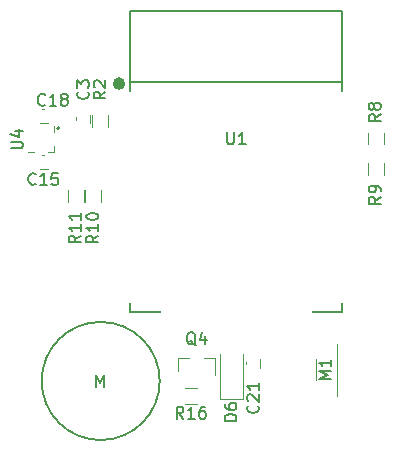
<source format=gbr>
G04 #@! TF.GenerationSoftware,KiCad,Pcbnew,(5.0.0)*
G04 #@! TF.CreationDate,2019-12-04T16:08:42-05:00*
G04 #@! TF.ProjectId,Watchy,5761746368792E6B696361645F706362,rev?*
G04 #@! TF.SameCoordinates,Original*
G04 #@! TF.FileFunction,Legend,Top*
G04 #@! TF.FilePolarity,Positive*
%FSLAX46Y46*%
G04 Gerber Fmt 4.6, Leading zero omitted, Abs format (unit mm)*
G04 Created by KiCad (PCBNEW (5.0.0)) date 12/04/19 16:08:42*
%MOMM*%
%LPD*%
G01*
G04 APERTURE LIST*
%ADD10C,0.200000*%
%ADD11C,0.500000*%
%ADD12C,0.150000*%
%ADD13C,0.120000*%
%ADD14C,0.010000*%
%ADD15C,1.200000*%
%ADD16O,2.900000X1.300000*%
%ADD17O,1.300000X2.900000*%
%ADD18R,6.400000X6.400000*%
%ADD19R,1.150000X1.200000*%
%ADD20R,1.200000X1.150000*%
%ADD21R,1.500000X1.500000*%
%ADD22R,1.200000X1.300000*%
%ADD23R,1.300000X0.900000*%
%ADD24R,0.900000X1.300000*%
%ADD25R,0.775000X0.750000*%
%ADD26R,0.750000X0.775000*%
%ADD27O,1.350000X1.650000*%
%ADD28O,1.950000X1.400000*%
%ADD29R,2.000000X1.400000*%
G04 APERTURE END LIST*
D10*
X82460000Y-106470000D02*
G75*
G03X82460000Y-106470000I-5000000J0D01*
G01*
X73958489Y-85070000D02*
G75*
G03X73958489Y-85070000I-98489J0D01*
G01*
D11*
G04 #@! TO.C,U1*
X79297981Y-81296000D02*
G75*
G03X79297981Y-81296000I-283981J0D01*
G01*
D12*
X97920000Y-81150000D02*
X79920000Y-81150000D01*
X79920000Y-75150000D02*
X79920000Y-100650000D01*
X97920000Y-75150000D02*
X97920000Y-100650000D01*
X97920000Y-100650000D02*
X79920000Y-100650000D01*
X97920000Y-75150000D02*
X79920000Y-75150000D01*
D13*
G04 #@! TO.C,C3*
X75390000Y-84640000D02*
X75390000Y-83940000D01*
X76590000Y-83940000D02*
X76590000Y-84640000D01*
G04 #@! TO.C,C18*
X72280000Y-83460000D02*
X72980000Y-83460000D01*
X72980000Y-84660000D02*
X72280000Y-84660000D01*
G04 #@! TO.C,C21*
X90980000Y-104650000D02*
X90980000Y-105350000D01*
X89780000Y-105350000D02*
X89780000Y-104650000D01*
G04 #@! TO.C,D6*
X87530000Y-108000000D02*
X89530000Y-108000000D01*
X89530000Y-108000000D02*
X89530000Y-104150000D01*
X87530000Y-108000000D02*
X87530000Y-104150000D01*
G04 #@! TO.C,Q4*
X87160000Y-104540000D02*
X87160000Y-106000000D01*
X84000000Y-104540000D02*
X84000000Y-106700000D01*
X84000000Y-104540000D02*
X84930000Y-104540000D01*
X87160000Y-104540000D02*
X86230000Y-104540000D01*
G04 #@! TO.C,R2*
X76710000Y-84940000D02*
X76710000Y-83940000D01*
X78070000Y-83940000D02*
X78070000Y-84940000D01*
G04 #@! TO.C,R9*
X100060000Y-88990000D02*
X100060000Y-87990000D01*
X101420000Y-87990000D02*
X101420000Y-88990000D01*
G04 #@! TO.C,R10*
X76110000Y-91290000D02*
X76110000Y-90290000D01*
X77470000Y-90290000D02*
X77470000Y-91290000D01*
G04 #@! TO.C,R11*
X74660000Y-91290000D02*
X74660000Y-90290000D01*
X76020000Y-90290000D02*
X76020000Y-91290000D01*
G04 #@! TO.C,R16*
X84580000Y-107070000D02*
X85580000Y-107070000D01*
X85580000Y-108430000D02*
X84580000Y-108430000D01*
G04 #@! TO.C,U4*
X73480000Y-84910000D02*
X73480000Y-84910000D01*
X73480000Y-85410000D02*
X73480000Y-84910000D01*
X71780000Y-84910000D02*
X71780000Y-84910000D01*
X71280000Y-84910000D02*
X71780000Y-84910000D01*
X71280000Y-85410000D02*
X71280000Y-84910000D01*
X71280000Y-86610000D02*
X71280000Y-86610000D01*
X71280000Y-87110000D02*
X71280000Y-86610000D01*
X71780000Y-87110000D02*
X71280000Y-87110000D01*
X72980000Y-87110000D02*
X72980000Y-87110000D01*
X73480000Y-87110000D02*
X72980000Y-87110000D01*
X73480000Y-86610000D02*
X73480000Y-87110000D01*
G04 #@! TO.C,C15*
X72980000Y-88560000D02*
X72280000Y-88560000D01*
X72280000Y-87360000D02*
X72980000Y-87360000D01*
G04 #@! TO.C,R8*
X101420000Y-85440000D02*
X101420000Y-86440000D01*
X100060000Y-86440000D02*
X100060000Y-85440000D01*
D14*
G04 #@! TO.C,M1*
X97480000Y-103350000D02*
X95650000Y-103350000D01*
X97480000Y-107750000D02*
X97480000Y-103350000D01*
X95650000Y-107750000D02*
X97480000Y-107750000D01*
X95650000Y-103350000D02*
X95650000Y-107750000D01*
G04 #@! TO.C,U1*
D12*
X88158095Y-85422380D02*
X88158095Y-86231904D01*
X88205714Y-86327142D01*
X88253333Y-86374761D01*
X88348571Y-86422380D01*
X88539047Y-86422380D01*
X88634285Y-86374761D01*
X88681904Y-86327142D01*
X88729523Y-86231904D01*
X88729523Y-85422380D01*
X89729523Y-86422380D02*
X89158095Y-86422380D01*
X89443809Y-86422380D02*
X89443809Y-85422380D01*
X89348571Y-85565238D01*
X89253333Y-85660476D01*
X89158095Y-85708095D01*
G04 #@! TO.C,C3*
X76357142Y-81976666D02*
X76404761Y-82024285D01*
X76452380Y-82167142D01*
X76452380Y-82262380D01*
X76404761Y-82405238D01*
X76309523Y-82500476D01*
X76214285Y-82548095D01*
X76023809Y-82595714D01*
X75880952Y-82595714D01*
X75690476Y-82548095D01*
X75595238Y-82500476D01*
X75500000Y-82405238D01*
X75452380Y-82262380D01*
X75452380Y-82167142D01*
X75500000Y-82024285D01*
X75547619Y-81976666D01*
X75452380Y-81643333D02*
X75452380Y-81024285D01*
X75833333Y-81357619D01*
X75833333Y-81214761D01*
X75880952Y-81119523D01*
X75928571Y-81071904D01*
X76023809Y-81024285D01*
X76261904Y-81024285D01*
X76357142Y-81071904D01*
X76404761Y-81119523D01*
X76452380Y-81214761D01*
X76452380Y-81500476D01*
X76404761Y-81595714D01*
X76357142Y-81643333D01*
G04 #@! TO.C,C18*
X72757142Y-83067142D02*
X72709523Y-83114761D01*
X72566666Y-83162380D01*
X72471428Y-83162380D01*
X72328571Y-83114761D01*
X72233333Y-83019523D01*
X72185714Y-82924285D01*
X72138095Y-82733809D01*
X72138095Y-82590952D01*
X72185714Y-82400476D01*
X72233333Y-82305238D01*
X72328571Y-82210000D01*
X72471428Y-82162380D01*
X72566666Y-82162380D01*
X72709523Y-82210000D01*
X72757142Y-82257619D01*
X73709523Y-83162380D02*
X73138095Y-83162380D01*
X73423809Y-83162380D02*
X73423809Y-82162380D01*
X73328571Y-82305238D01*
X73233333Y-82400476D01*
X73138095Y-82448095D01*
X74280952Y-82590952D02*
X74185714Y-82543333D01*
X74138095Y-82495714D01*
X74090476Y-82400476D01*
X74090476Y-82352857D01*
X74138095Y-82257619D01*
X74185714Y-82210000D01*
X74280952Y-82162380D01*
X74471428Y-82162380D01*
X74566666Y-82210000D01*
X74614285Y-82257619D01*
X74661904Y-82352857D01*
X74661904Y-82400476D01*
X74614285Y-82495714D01*
X74566666Y-82543333D01*
X74471428Y-82590952D01*
X74280952Y-82590952D01*
X74185714Y-82638571D01*
X74138095Y-82686190D01*
X74090476Y-82781428D01*
X74090476Y-82971904D01*
X74138095Y-83067142D01*
X74185714Y-83114761D01*
X74280952Y-83162380D01*
X74471428Y-83162380D01*
X74566666Y-83114761D01*
X74614285Y-83067142D01*
X74661904Y-82971904D01*
X74661904Y-82781428D01*
X74614285Y-82686190D01*
X74566666Y-82638571D01*
X74471428Y-82590952D01*
G04 #@! TO.C,C21*
X90757142Y-108552857D02*
X90804761Y-108600476D01*
X90852380Y-108743333D01*
X90852380Y-108838571D01*
X90804761Y-108981428D01*
X90709523Y-109076666D01*
X90614285Y-109124285D01*
X90423809Y-109171904D01*
X90280952Y-109171904D01*
X90090476Y-109124285D01*
X89995238Y-109076666D01*
X89900000Y-108981428D01*
X89852380Y-108838571D01*
X89852380Y-108743333D01*
X89900000Y-108600476D01*
X89947619Y-108552857D01*
X89947619Y-108171904D02*
X89900000Y-108124285D01*
X89852380Y-108029047D01*
X89852380Y-107790952D01*
X89900000Y-107695714D01*
X89947619Y-107648095D01*
X90042857Y-107600476D01*
X90138095Y-107600476D01*
X90280952Y-107648095D01*
X90852380Y-108219523D01*
X90852380Y-107600476D01*
X90852380Y-106648095D02*
X90852380Y-107219523D01*
X90852380Y-106933809D02*
X89852380Y-106933809D01*
X89995238Y-107029047D01*
X90090476Y-107124285D01*
X90138095Y-107219523D01*
G04 #@! TO.C,D6*
X88952380Y-109848095D02*
X87952380Y-109848095D01*
X87952380Y-109610000D01*
X88000000Y-109467142D01*
X88095238Y-109371904D01*
X88190476Y-109324285D01*
X88380952Y-109276666D01*
X88523809Y-109276666D01*
X88714285Y-109324285D01*
X88809523Y-109371904D01*
X88904761Y-109467142D01*
X88952380Y-109610000D01*
X88952380Y-109848095D01*
X87952380Y-108419523D02*
X87952380Y-108610000D01*
X88000000Y-108705238D01*
X88047619Y-108752857D01*
X88190476Y-108848095D01*
X88380952Y-108895714D01*
X88761904Y-108895714D01*
X88857142Y-108848095D01*
X88904761Y-108800476D01*
X88952380Y-108705238D01*
X88952380Y-108514761D01*
X88904761Y-108419523D01*
X88857142Y-108371904D01*
X88761904Y-108324285D01*
X88523809Y-108324285D01*
X88428571Y-108371904D01*
X88380952Y-108419523D01*
X88333333Y-108514761D01*
X88333333Y-108705238D01*
X88380952Y-108800476D01*
X88428571Y-108848095D01*
X88523809Y-108895714D01*
G04 #@! TO.C,Q4*
X85504761Y-103457619D02*
X85409523Y-103410000D01*
X85314285Y-103314761D01*
X85171428Y-103171904D01*
X85076190Y-103124285D01*
X84980952Y-103124285D01*
X85028571Y-103362380D02*
X84933333Y-103314761D01*
X84838095Y-103219523D01*
X84790476Y-103029047D01*
X84790476Y-102695714D01*
X84838095Y-102505238D01*
X84933333Y-102410000D01*
X85028571Y-102362380D01*
X85219047Y-102362380D01*
X85314285Y-102410000D01*
X85409523Y-102505238D01*
X85457142Y-102695714D01*
X85457142Y-103029047D01*
X85409523Y-103219523D01*
X85314285Y-103314761D01*
X85219047Y-103362380D01*
X85028571Y-103362380D01*
X86314285Y-102695714D02*
X86314285Y-103362380D01*
X86076190Y-102314761D02*
X85838095Y-103029047D01*
X86457142Y-103029047D01*
G04 #@! TO.C,R2*
X77852380Y-81976666D02*
X77376190Y-82310000D01*
X77852380Y-82548095D02*
X76852380Y-82548095D01*
X76852380Y-82167142D01*
X76900000Y-82071904D01*
X76947619Y-82024285D01*
X77042857Y-81976666D01*
X77185714Y-81976666D01*
X77280952Y-82024285D01*
X77328571Y-82071904D01*
X77376190Y-82167142D01*
X77376190Y-82548095D01*
X76947619Y-81595714D02*
X76900000Y-81548095D01*
X76852380Y-81452857D01*
X76852380Y-81214761D01*
X76900000Y-81119523D01*
X76947619Y-81071904D01*
X77042857Y-81024285D01*
X77138095Y-81024285D01*
X77280952Y-81071904D01*
X77852380Y-81643333D01*
X77852380Y-81024285D01*
G04 #@! TO.C,R9*
X101152380Y-90876666D02*
X100676190Y-91210000D01*
X101152380Y-91448095D02*
X100152380Y-91448095D01*
X100152380Y-91067142D01*
X100200000Y-90971904D01*
X100247619Y-90924285D01*
X100342857Y-90876666D01*
X100485714Y-90876666D01*
X100580952Y-90924285D01*
X100628571Y-90971904D01*
X100676190Y-91067142D01*
X100676190Y-91448095D01*
X101152380Y-90400476D02*
X101152380Y-90210000D01*
X101104761Y-90114761D01*
X101057142Y-90067142D01*
X100914285Y-89971904D01*
X100723809Y-89924285D01*
X100342857Y-89924285D01*
X100247619Y-89971904D01*
X100200000Y-90019523D01*
X100152380Y-90114761D01*
X100152380Y-90305238D01*
X100200000Y-90400476D01*
X100247619Y-90448095D01*
X100342857Y-90495714D01*
X100580952Y-90495714D01*
X100676190Y-90448095D01*
X100723809Y-90400476D01*
X100771428Y-90305238D01*
X100771428Y-90114761D01*
X100723809Y-90019523D01*
X100676190Y-89971904D01*
X100580952Y-89924285D01*
G04 #@! TO.C,R10*
X77252380Y-94152857D02*
X76776190Y-94486190D01*
X77252380Y-94724285D02*
X76252380Y-94724285D01*
X76252380Y-94343333D01*
X76300000Y-94248095D01*
X76347619Y-94200476D01*
X76442857Y-94152857D01*
X76585714Y-94152857D01*
X76680952Y-94200476D01*
X76728571Y-94248095D01*
X76776190Y-94343333D01*
X76776190Y-94724285D01*
X77252380Y-93200476D02*
X77252380Y-93771904D01*
X77252380Y-93486190D02*
X76252380Y-93486190D01*
X76395238Y-93581428D01*
X76490476Y-93676666D01*
X76538095Y-93771904D01*
X76252380Y-92581428D02*
X76252380Y-92486190D01*
X76300000Y-92390952D01*
X76347619Y-92343333D01*
X76442857Y-92295714D01*
X76633333Y-92248095D01*
X76871428Y-92248095D01*
X77061904Y-92295714D01*
X77157142Y-92343333D01*
X77204761Y-92390952D01*
X77252380Y-92486190D01*
X77252380Y-92581428D01*
X77204761Y-92676666D01*
X77157142Y-92724285D01*
X77061904Y-92771904D01*
X76871428Y-92819523D01*
X76633333Y-92819523D01*
X76442857Y-92771904D01*
X76347619Y-92724285D01*
X76300000Y-92676666D01*
X76252380Y-92581428D01*
G04 #@! TO.C,R11*
X75752380Y-94152857D02*
X75276190Y-94486190D01*
X75752380Y-94724285D02*
X74752380Y-94724285D01*
X74752380Y-94343333D01*
X74800000Y-94248095D01*
X74847619Y-94200476D01*
X74942857Y-94152857D01*
X75085714Y-94152857D01*
X75180952Y-94200476D01*
X75228571Y-94248095D01*
X75276190Y-94343333D01*
X75276190Y-94724285D01*
X75752380Y-93200476D02*
X75752380Y-93771904D01*
X75752380Y-93486190D02*
X74752380Y-93486190D01*
X74895238Y-93581428D01*
X74990476Y-93676666D01*
X75038095Y-93771904D01*
X75752380Y-92248095D02*
X75752380Y-92819523D01*
X75752380Y-92533809D02*
X74752380Y-92533809D01*
X74895238Y-92629047D01*
X74990476Y-92724285D01*
X75038095Y-92819523D01*
G04 #@! TO.C,R16*
X84457142Y-109662380D02*
X84123809Y-109186190D01*
X83885714Y-109662380D02*
X83885714Y-108662380D01*
X84266666Y-108662380D01*
X84361904Y-108710000D01*
X84409523Y-108757619D01*
X84457142Y-108852857D01*
X84457142Y-108995714D01*
X84409523Y-109090952D01*
X84361904Y-109138571D01*
X84266666Y-109186190D01*
X83885714Y-109186190D01*
X85409523Y-109662380D02*
X84838095Y-109662380D01*
X85123809Y-109662380D02*
X85123809Y-108662380D01*
X85028571Y-108805238D01*
X84933333Y-108900476D01*
X84838095Y-108948095D01*
X86266666Y-108662380D02*
X86076190Y-108662380D01*
X85980952Y-108710000D01*
X85933333Y-108757619D01*
X85838095Y-108900476D01*
X85790476Y-109090952D01*
X85790476Y-109471904D01*
X85838095Y-109567142D01*
X85885714Y-109614761D01*
X85980952Y-109662380D01*
X86171428Y-109662380D01*
X86266666Y-109614761D01*
X86314285Y-109567142D01*
X86361904Y-109471904D01*
X86361904Y-109233809D01*
X86314285Y-109138571D01*
X86266666Y-109090952D01*
X86171428Y-109043333D01*
X85980952Y-109043333D01*
X85885714Y-109090952D01*
X85838095Y-109138571D01*
X85790476Y-109233809D01*
G04 #@! TO.C,U4*
X69852380Y-86771904D02*
X70661904Y-86771904D01*
X70757142Y-86724285D01*
X70804761Y-86676666D01*
X70852380Y-86581428D01*
X70852380Y-86390952D01*
X70804761Y-86295714D01*
X70757142Y-86248095D01*
X70661904Y-86200476D01*
X69852380Y-86200476D01*
X70185714Y-85295714D02*
X70852380Y-85295714D01*
X69804761Y-85533809D02*
X70519047Y-85771904D01*
X70519047Y-85152857D01*
G04 #@! TO.C,C15*
X71957142Y-89767142D02*
X71909523Y-89814761D01*
X71766666Y-89862380D01*
X71671428Y-89862380D01*
X71528571Y-89814761D01*
X71433333Y-89719523D01*
X71385714Y-89624285D01*
X71338095Y-89433809D01*
X71338095Y-89290952D01*
X71385714Y-89100476D01*
X71433333Y-89005238D01*
X71528571Y-88910000D01*
X71671428Y-88862380D01*
X71766666Y-88862380D01*
X71909523Y-88910000D01*
X71957142Y-88957619D01*
X72909523Y-89862380D02*
X72338095Y-89862380D01*
X72623809Y-89862380D02*
X72623809Y-88862380D01*
X72528571Y-89005238D01*
X72433333Y-89100476D01*
X72338095Y-89148095D01*
X73814285Y-88862380D02*
X73338095Y-88862380D01*
X73290476Y-89338571D01*
X73338095Y-89290952D01*
X73433333Y-89243333D01*
X73671428Y-89243333D01*
X73766666Y-89290952D01*
X73814285Y-89338571D01*
X73861904Y-89433809D01*
X73861904Y-89671904D01*
X73814285Y-89767142D01*
X73766666Y-89814761D01*
X73671428Y-89862380D01*
X73433333Y-89862380D01*
X73338095Y-89814761D01*
X73290476Y-89767142D01*
G04 #@! TO.C,R8*
X101152380Y-83876666D02*
X100676190Y-84210000D01*
X101152380Y-84448095D02*
X100152380Y-84448095D01*
X100152380Y-84067142D01*
X100200000Y-83971904D01*
X100247619Y-83924285D01*
X100342857Y-83876666D01*
X100485714Y-83876666D01*
X100580952Y-83924285D01*
X100628571Y-83971904D01*
X100676190Y-84067142D01*
X100676190Y-84448095D01*
X100580952Y-83305238D02*
X100533333Y-83400476D01*
X100485714Y-83448095D01*
X100390476Y-83495714D01*
X100342857Y-83495714D01*
X100247619Y-83448095D01*
X100200000Y-83400476D01*
X100152380Y-83305238D01*
X100152380Y-83114761D01*
X100200000Y-83019523D01*
X100247619Y-82971904D01*
X100342857Y-82924285D01*
X100390476Y-82924285D01*
X100485714Y-82971904D01*
X100533333Y-83019523D01*
X100580952Y-83114761D01*
X100580952Y-83305238D01*
X100628571Y-83400476D01*
X100676190Y-83448095D01*
X100771428Y-83495714D01*
X100961904Y-83495714D01*
X101057142Y-83448095D01*
X101104761Y-83400476D01*
X101152380Y-83305238D01*
X101152380Y-83114761D01*
X101104761Y-83019523D01*
X101057142Y-82971904D01*
X100961904Y-82924285D01*
X100771428Y-82924285D01*
X100676190Y-82971904D01*
X100628571Y-83019523D01*
X100580952Y-83114761D01*
G04 #@! TO.C,M1*
X96952380Y-106319523D02*
X95952380Y-106319523D01*
X96666666Y-105986190D01*
X95952380Y-105652857D01*
X96952380Y-105652857D01*
X96952380Y-104652857D02*
X96952380Y-105224285D01*
X96952380Y-104938571D02*
X95952380Y-104938571D01*
X96095238Y-105033809D01*
X96190476Y-105129047D01*
X96238095Y-105224285D01*
X77066666Y-106962380D02*
X77066666Y-105962380D01*
X77400000Y-106676666D01*
X77733333Y-105962380D01*
X77733333Y-106962380D01*
G04 #@! TD*
%LPC*%
D15*
G04 #@! TO.C,SW1*
X101680000Y-105850000D03*
X99880000Y-105850000D03*
G04 #@! TD*
D16*
G04 #@! TO.C,U1*
X97920000Y-82650000D03*
X97920000Y-83920000D03*
X97920000Y-85190000D03*
X97920000Y-86460000D03*
X97920000Y-87730000D03*
X97920000Y-89000000D03*
X97920000Y-90270000D03*
X97920000Y-91540000D03*
X97920000Y-92810000D03*
X97920000Y-94080000D03*
X97920000Y-95350000D03*
X97920000Y-96620000D03*
X97920000Y-97890000D03*
X97920000Y-99160000D03*
D17*
X94635000Y-100650000D03*
X93365000Y-100650000D03*
X92095000Y-100650000D03*
X90825000Y-100650000D03*
X89555000Y-100650000D03*
X88285000Y-100650000D03*
X87015000Y-100650000D03*
X85745000Y-100650000D03*
X84475000Y-100650000D03*
X83205000Y-100650000D03*
D16*
X79920000Y-99160000D03*
X79920000Y-97890000D03*
X79920000Y-96620000D03*
X79920000Y-95350000D03*
X79920000Y-94080000D03*
X79920000Y-92810000D03*
X79920000Y-91540000D03*
X79920000Y-90270000D03*
X79920000Y-89000000D03*
X79920000Y-87730000D03*
X79920000Y-86460000D03*
X79920000Y-85190000D03*
X79920000Y-83920000D03*
X79920000Y-82650000D03*
D18*
X88620000Y-90350000D03*
G04 #@! TD*
D15*
G04 #@! TO.C,SW4*
X69520000Y-105850000D03*
X71320000Y-105850000D03*
G04 #@! TD*
G04 #@! TO.C,SW2*
X101680000Y-81900000D03*
X99880000Y-81900000D03*
G04 #@! TD*
G04 #@! TO.C,SW3*
X69520000Y-81900000D03*
X71320000Y-81900000D03*
G04 #@! TD*
D19*
G04 #@! TO.C,C3*
X75990000Y-85040000D03*
X75990000Y-83540000D03*
G04 #@! TD*
D20*
G04 #@! TO.C,C18*
X71880000Y-84060000D03*
X73380000Y-84060000D03*
G04 #@! TD*
D19*
G04 #@! TO.C,C21*
X90380000Y-104250000D03*
X90380000Y-105750000D03*
G04 #@! TD*
D21*
G04 #@! TO.C,D6*
X88530000Y-107200000D03*
X88530000Y-104400000D03*
G04 #@! TD*
D22*
G04 #@! TO.C,Q4*
X85580000Y-104300000D03*
X86530000Y-106300000D03*
X84630000Y-106300000D03*
G04 #@! TD*
D23*
G04 #@! TO.C,R2*
X77390000Y-83690000D03*
X77390000Y-85190000D03*
G04 #@! TD*
G04 #@! TO.C,R9*
X100740000Y-87740000D03*
X100740000Y-89240000D03*
G04 #@! TD*
G04 #@! TO.C,R10*
X76790000Y-90040000D03*
X76790000Y-91540000D03*
G04 #@! TD*
G04 #@! TO.C,R11*
X75340000Y-90040000D03*
X75340000Y-91540000D03*
G04 #@! TD*
D24*
G04 #@! TO.C,R16*
X85830000Y-107750000D03*
X84330000Y-107750000D03*
G04 #@! TD*
D25*
G04 #@! TO.C,U4*
X73142500Y-85760000D03*
X73142500Y-86260000D03*
X71617500Y-86260000D03*
X71617500Y-85760000D03*
D26*
X73130000Y-86772500D03*
X73130000Y-85247500D03*
X71630000Y-86772500D03*
X71630000Y-85247500D03*
X72130000Y-86772500D03*
X72630000Y-86772500D03*
X72130000Y-85247500D03*
X72630000Y-85247500D03*
G04 #@! TD*
D20*
G04 #@! TO.C,C15*
X73380000Y-87960000D03*
X71880000Y-87960000D03*
G04 #@! TD*
D27*
G04 #@! TO.C,J2*
X73000000Y-96270000D03*
X73000000Y-91270000D03*
D28*
X70300000Y-97270000D03*
X70300000Y-90270000D03*
G04 #@! TD*
D23*
G04 #@! TO.C,R8*
X100740000Y-86690000D03*
X100740000Y-85190000D03*
G04 #@! TD*
D29*
G04 #@! TO.C,M1*
X96480000Y-103950000D03*
X96480000Y-107150000D03*
G04 #@! TD*
M02*

</source>
